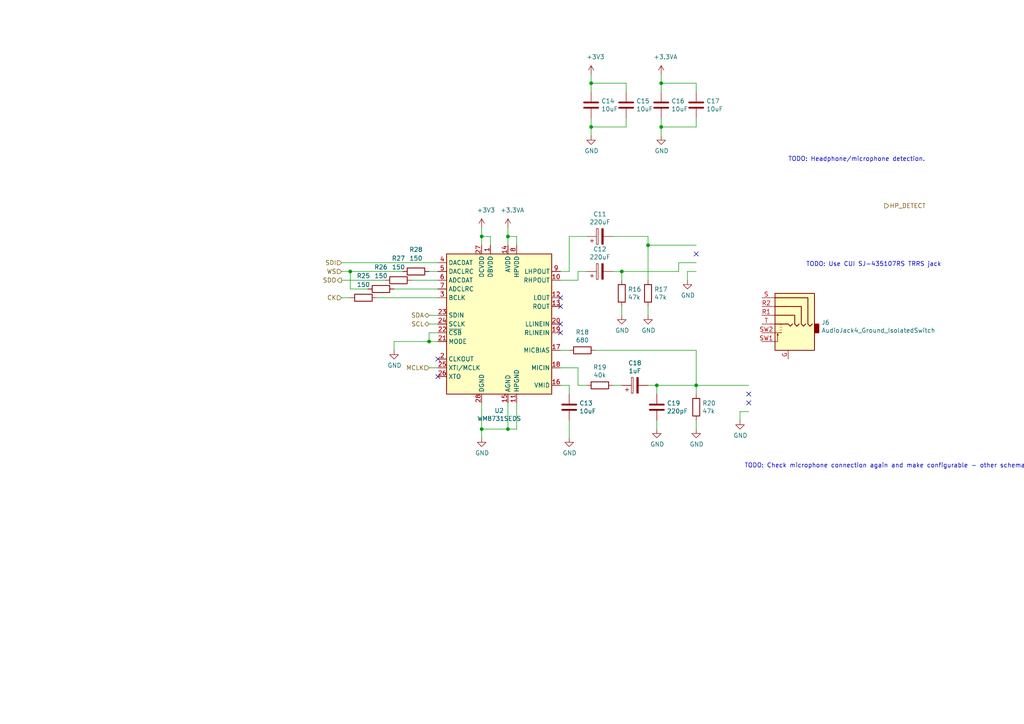
<source format=kicad_sch>
(kicad_sch (version 20201015) (generator eeschema)
  (paper "A4")
  (lib_symbols
    (symbol "Audio:WM8731SEDS"
      (property "Reference" "U" (at -13.97 21.59 0))
      (property "Value" "WM8731SEDS" (at 0 5.08 0))
      (symbol "WM8731SEDS_0_1"
        (rectangle (start -15.24 20.32) (end 15.24 -20.32) (stroke (width 0.254)) (fill (type background)))
      )
      (symbol "WM8731SEDS_1_1"
        (pin power_in line (at -2.54 22.86 270) (length 2.54) (name "DBVDD") (number "1"))
        (pin output line (at 17.78 12.7 180) (length 2.54) (name "RHPOUT") (number "10"))
        (pin power_in line (at 5.08 -22.86 90) (length 2.54) (name "HPGND") (number "11"))
        (pin output line (at 17.78 7.62 180) (length 2.54) (name "LOUT") (number "12"))
        (pin output line (at 17.78 5.08 180) (length 2.54) (name "ROUT") (number "13"))
        (pin power_in line (at 2.54 22.86 270) (length 2.54) (name "AVDD") (number "14"))
        (pin power_in line (at 2.54 -22.86 90) (length 2.54) (name "AGND") (number "15"))
        (pin passive line (at 17.78 -17.78 180) (length 2.54) (name "VMID") (number "16"))
        (pin output line (at 17.78 -7.62 180) (length 2.54) (name "MICBIAS") (number "17"))
        (pin input line (at 17.78 -12.7 180) (length 2.54) (name "MICIN") (number "18"))
        (pin input line (at 17.78 -2.54 180) (length 2.54) (name "RLINEIN") (number "19"))
        (pin output line (at -17.78 -10.16 0) (length 2.54) (name "CLKOUT") (number "2"))
        (pin input line (at 17.78 0 180) (length 2.54) (name "LLINEIN") (number "20"))
        (pin input line (at -17.78 -5.08 0) (length 2.54) (name "MODE") (number "21"))
        (pin input line (at -17.78 -2.54 0) (length 2.54) (name "~CSB") (number "22"))
        (pin bidirectional line (at -17.78 2.54 0) (length 2.54) (name "SDIN") (number "23"))
        (pin input line (at -17.78 0 0) (length 2.54) (name "SCLK") (number "24"))
        (pin input line (at -17.78 -12.7 0) (length 2.54) (name "XTI/MCLK") (number "25"))
        (pin output line (at -17.78 -15.24 0) (length 2.54) (name "XTO") (number "26"))
        (pin power_in line (at -5.08 22.86 270) (length 2.54) (name "DCVDD") (number "27"))
        (pin power_in line (at -5.08 -22.86 90) (length 2.54) (name "DGND") (number "28"))
        (pin bidirectional line (at -17.78 7.62 0) (length 2.54) (name "BCLK") (number "3"))
        (pin input line (at -17.78 17.78 0) (length 2.54) (name "DACDAT") (number "4"))
        (pin bidirectional line (at -17.78 15.24 0) (length 2.54) (name "DACLRC") (number "5"))
        (pin output line (at -17.78 12.7 0) (length 2.54) (name "ADCDAT") (number "6"))
        (pin bidirectional line (at -17.78 10.16 0) (length 2.54) (name "ADCLRC") (number "7"))
        (pin power_in line (at 5.08 22.86 270) (length 2.54) (name "HPVDD") (number "8"))
        (pin output line (at 17.78 15.24 180) (length 2.54) (name "LHPOUT") (number "9"))
      )
    )
    (symbol "Device:C" (pin_numbers hide) (pin_names (offset 0.254))
      (property "Reference" "C" (at 0.635 2.54 0))
      (property "Value" "C" (at 0.635 -2.54 0))
      (symbol "C_0_1"
        (polyline (pts (xy -2.032 -0.762) (xy 2.032 -0.762)) (stroke (width 0.508)))
        (polyline (pts (xy -2.032 0.762) (xy 2.032 0.762)) (stroke (width 0.508)))
      )
      (symbol "C_1_1"
        (pin passive line (at 0 3.81 270) (length 2.794) (name "~") (number "1"))
        (pin passive line (at 0 -3.81 90) (length 2.794) (name "~") (number "2"))
      )
    )
    (symbol "Device:C_Polarized" (pin_numbers hide) (pin_names (offset 0.254))
      (property "Reference" "C" (at 0.635 2.54 0))
      (property "Value" "C_Polarized" (at 0.635 -2.54 0))
      (symbol "C_Polarized_0_1"
        (rectangle (start -2.286 0.508) (end 2.286 1.016))
        (rectangle (start 2.286 -0.508) (end -2.286 -1.016) (fill (type outline)))
        (polyline (pts (xy -1.778 2.286) (xy -0.762 2.286)))
        (polyline (pts (xy -1.27 2.794) (xy -1.27 1.778)))
      )
      (symbol "C_Polarized_1_1"
        (pin passive line (at 0 3.81 270) (length 2.794) (name "~") (number "1"))
        (pin passive line (at 0 -3.81 90) (length 2.794) (name "~") (number "2"))
      )
    )
    (symbol "Device:R" (pin_numbers hide) (pin_names (offset 0))
      (property "Reference" "R" (at 2.032 0 90))
      (property "Value" "R" (at 0 0 90))
      (symbol "R_0_1"
        (rectangle (start -1.016 -2.54) (end 1.016 2.54) (stroke (width 0.254)))
      )
      (symbol "R_1_1"
        (pin passive line (at 0 3.81 270) (length 1.27) (name "~") (number "1"))
        (pin passive line (at 0 -3.81 90) (length 1.27) (name "~") (number "2"))
      )
    )
    (symbol "HackAmp-Symbols:AudioJack4_Ground_IsolatedSwitch"
      (property "Reference" "J" (at 0 11.43 0))
      (property "Value" "AudioJack4_Ground_IsolatedSwitch" (at 0 8.89 0))
      (symbol "AudioJack4_Ground_IsolatedSwitch_0_1"
        (rectangle (start -7.62 -2.54) (end -8.89 -5.08) (stroke (width 0.254)) (fill (type outline)))
        (rectangle (start -7.62 6.35) (end 3.81 -10.16) (stroke (width 0.254)) (fill (type background)))
        (polyline (pts (xy 3.81 2.54) (xy 5.08 2.54)))
        (polyline (pts (xy 5.08 -2.54) (xy 3.81 -2.54)))
        (polyline (pts (xy 5.08 0) (xy 3.81 0)))
        (polyline (pts (xy 5.08 5.08) (xy 3.81 5.08)))
        (polyline (pts (xy 5.08 -5.08) (xy 1.905 -5.08)))
        (polyline (pts (xy 1.905 -5.08) (xy 1.905 -4.826)) (stroke (width 0.001)))
        (polyline (pts (xy 1.905 -2.921) (xy 1.905 -2.54)) (stroke (width 0.001)))
        (polyline (pts (xy 1.905 -4.445) (xy 1.905 -4.064)) (stroke (width 0.001)))
        (polyline (pts (xy 1.905 -3.683) (xy 1.905 -3.302)) (stroke (width 0.001)))
        (polyline (pts (xy 2.286 -2.921) (xy 2.286 -2.54)) (stroke (width 0.001)))
        (polyline (pts (xy 2.286 -5.08) (xy 2.286 -4.826)) (stroke (width 0.001)))
        (polyline (pts (xy 2.286 -4.445) (xy 2.286 -4.064)) (stroke (width 0.001)))
        (polyline (pts (xy 2.286 -3.683) (xy 2.286 -3.302)) (stroke (width 0.001)))
      )
      (symbol "AudioJack4_Ground_IsolatedSwitch_1_1"
        (polyline (pts (xy 3.048 -5.334) (xy 3.302 -5.842)))
        (polyline (pts (xy -1.27 -2.54) (xy -0.635 -3.175) (xy 0 -2.54) (xy 3.81 -2.54)) (stroke (width 0.254)))
        (polyline (pts (xy 5.08 -7.62) (xy 3.048 -7.62) (xy 3.048 -5.334) (xy 2.794 -5.842)))
        (polyline (pts (xy -3.175 -2.54) (xy -2.54 -3.175) (xy -1.905 -2.54) (xy -1.905 0) (xy 3.81 0)) (stroke (width 0.254)))
        (polyline (pts (xy 3.81 2.54) (xy -3.81 2.54) (xy -3.81 -2.54) (xy -4.445 -3.175) (xy -5.08 -2.54)) (stroke (width 0.254)))
        (polyline (pts (xy 3.81 5.08) (xy -5.715 5.08) (xy -5.715 -2.54) (xy -6.35 -3.175) (xy -6.985 -2.54)) (stroke (width 0.254)))
        (pin passive line (at 0 -12.7 90) (length 2.54) (name "~") (number "G"))
        (pin passive line (at 7.62 0 180) (length 2.54) (name "~") (number "R1"))
        (pin passive line (at 7.62 2.54 180) (length 2.54) (name "~") (number "R2"))
        (pin passive line (at 7.62 5.08 180) (length 2.54) (name "~") (number "S"))
        (pin passive line (at 7.62 -2.54 180) (length 2.54) (name "~") (number "T"))
        (pin passive line (at 7.62 -7.62 180) (length 2.54) (name "~") (number "SW1"))
        (pin passive line (at 7.62 -5.08 180) (length 2.54) (name "~") (number "SW2"))
      )
    )
    (symbol "power:+3.3VA" (power) (pin_names (offset 0))
      (property "Value" "+3.3VA" (at 0 3.556 0))
      (symbol "+3.3VA_0_1"
        (polyline (pts (xy -0.762 1.27) (xy 0 2.54)))
        (polyline (pts (xy 0 0) (xy 0 2.54)))
        (polyline (pts (xy 0 2.54) (xy 0.762 1.27)))
      )
      (symbol "+3.3VA_1_1"
        (pin power_in line (at 0 0 90) (length 0) hide (name "+3.3VA") (number "1"))
      )
    )
    (symbol "power:+3V3" (power) (pin_names (offset 0))
      (property "Value" "+3V3" (at 0 3.556 0))
      (symbol "+3V3_0_1"
        (polyline (pts (xy -0.762 1.27) (xy 0 2.54)))
        (polyline (pts (xy 0 0) (xy 0 2.54)))
        (polyline (pts (xy 0 2.54) (xy 0.762 1.27)))
      )
      (symbol "+3V3_1_1"
        (pin power_in line (at 0 0 90) (length 0) hide (name "+3V3") (number "1"))
      )
    )
    (symbol "power:GND" (power) (pin_names (offset 0))
      (property "Value" "GND" (at 0 -3.81 0))
      (symbol "GND_0_1"
        (polyline (pts (xy 0 0) (xy 0 -1.27) (xy 1.27 -1.27) (xy 0 -2.54) (xy -1.27 -1.27) (xy 0 -1.27)))
      )
      (symbol "GND_1_1"
        (pin power_in line (at 0 0 270) (length 0) hide (name "GND") (number "1"))
      )
    )
  )
  (junction (at 101.6 78.74) (diameter 0.9144))
  (junction (at 124.46 99.06) (diameter 0.9144))
  (junction (at 139.7 68.58) (diameter 0.9144))
  (junction (at 139.7 124.46) (diameter 0.9144))
  (junction (at 147.32 68.58) (diameter 0.9144))
  (junction (at 147.32 124.46) (diameter 0.9144))
  (junction (at 171.45 24.13) (diameter 0.9144))
  (junction (at 171.45 36.83) (diameter 0.9144))
  (junction (at 180.34 78.74) (diameter 0.9144))
  (junction (at 187.96 71.12) (diameter 0.9144))
  (junction (at 190.5 111.76) (diameter 0.9144))
  (junction (at 191.77 24.13) (diameter 0.9144))
  (junction (at 191.77 36.83) (diameter 0.9144))
  (junction (at 201.93 111.76) (diameter 0.9144))
  (no_connect (at 127 104.14))
  (no_connect (at 162.56 96.52))
  (no_connect (at 162.56 86.36))
  (no_connect (at 127 109.22))
  (no_connect (at 217.17 116.84))
  (no_connect (at 217.17 114.3))
  (no_connect (at 162.56 93.98))
  (no_connect (at 162.56 88.9))
  (no_connect (at 201.93 73.66))
  (wire (pts (xy 99.06 76.2) (xy 127 76.2)))
  (wire (pts (xy 99.06 78.74) (xy 101.6 78.74)))
  (wire (pts (xy 99.06 81.28) (xy 111.76 81.28)))
  (wire (pts (xy 99.06 86.36) (xy 101.6 86.36)))
  (wire (pts (xy 101.6 78.74) (xy 101.6 83.82)))
  (wire (pts (xy 101.6 78.74) (xy 116.84 78.74)))
  (wire (pts (xy 101.6 83.82) (xy 106.68 83.82)))
  (wire (pts (xy 109.22 86.36) (xy 127 86.36)))
  (wire (pts (xy 114.3 83.82) (xy 127 83.82)))
  (wire (pts (xy 114.3 99.06) (xy 124.46 99.06)))
  (wire (pts (xy 114.3 101.6) (xy 114.3 99.06)))
  (wire (pts (xy 119.38 81.28) (xy 127 81.28)))
  (wire (pts (xy 124.46 78.74) (xy 127 78.74)))
  (wire (pts (xy 124.46 91.44) (xy 127 91.44)))
  (wire (pts (xy 124.46 93.98) (xy 127 93.98)))
  (wire (pts (xy 124.46 96.52) (xy 124.46 99.06)))
  (wire (pts (xy 124.46 99.06) (xy 127 99.06)))
  (wire (pts (xy 124.46 106.68) (xy 127 106.68)))
  (wire (pts (xy 127 96.52) (xy 124.46 96.52)))
  (wire (pts (xy 139.7 66.04) (xy 139.7 68.58)))
  (wire (pts (xy 139.7 68.58) (xy 142.24 68.58)))
  (wire (pts (xy 139.7 71.12) (xy 139.7 68.58)))
  (wire (pts (xy 139.7 124.46) (xy 139.7 116.84)))
  (wire (pts (xy 139.7 124.46) (xy 139.7 127)))
  (wire (pts (xy 142.24 71.12) (xy 142.24 68.58)))
  (wire (pts (xy 147.32 66.04) (xy 147.32 68.58)))
  (wire (pts (xy 147.32 68.58) (xy 149.86 68.58)))
  (wire (pts (xy 147.32 71.12) (xy 147.32 68.58)))
  (wire (pts (xy 147.32 116.84) (xy 147.32 124.46)))
  (wire (pts (xy 147.32 124.46) (xy 139.7 124.46)))
  (wire (pts (xy 149.86 68.58) (xy 149.86 71.12)))
  (wire (pts (xy 149.86 116.84) (xy 149.86 124.46)))
  (wire (pts (xy 149.86 124.46) (xy 147.32 124.46)))
  (wire (pts (xy 162.56 78.74) (xy 165.1 78.74)))
  (wire (pts (xy 162.56 81.28) (xy 167.64 81.28)))
  (wire (pts (xy 162.56 101.6) (xy 165.1 101.6)))
  (wire (pts (xy 162.56 106.68) (xy 167.64 106.68)))
  (wire (pts (xy 162.56 111.76) (xy 165.1 111.76)))
  (wire (pts (xy 165.1 68.58) (xy 170.18 68.58)))
  (wire (pts (xy 165.1 78.74) (xy 165.1 68.58)))
  (wire (pts (xy 165.1 114.3) (xy 165.1 111.76)))
  (wire (pts (xy 165.1 121.92) (xy 165.1 127)))
  (wire (pts (xy 167.64 78.74) (xy 170.18 78.74)))
  (wire (pts (xy 167.64 81.28) (xy 167.64 78.74)))
  (wire (pts (xy 167.64 106.68) (xy 167.64 111.76)))
  (wire (pts (xy 167.64 111.76) (xy 170.18 111.76)))
  (wire (pts (xy 171.45 21.59) (xy 171.45 24.13)))
  (wire (pts (xy 171.45 24.13) (xy 181.61 24.13)))
  (wire (pts (xy 171.45 26.67) (xy 171.45 24.13)))
  (wire (pts (xy 171.45 34.29) (xy 171.45 36.83)))
  (wire (pts (xy 171.45 36.83) (xy 171.45 39.37)))
  (wire (pts (xy 171.45 36.83) (xy 181.61 36.83)))
  (wire (pts (xy 177.8 68.58) (xy 187.96 68.58)))
  (wire (pts (xy 177.8 78.74) (xy 180.34 78.74)))
  (wire (pts (xy 177.8 111.76) (xy 180.34 111.76)))
  (wire (pts (xy 180.34 78.74) (xy 180.34 81.28)))
  (wire (pts (xy 180.34 88.9) (xy 180.34 91.44)))
  (wire (pts (xy 181.61 26.67) (xy 181.61 24.13)))
  (wire (pts (xy 181.61 34.29) (xy 181.61 36.83)))
  (wire (pts (xy 187.96 68.58) (xy 187.96 71.12)))
  (wire (pts (xy 187.96 71.12) (xy 187.96 81.28)))
  (wire (pts (xy 187.96 91.44) (xy 187.96 88.9)))
  (wire (pts (xy 187.96 111.76) (xy 190.5 111.76)))
  (wire (pts (xy 190.5 111.76) (xy 190.5 114.3)))
  (wire (pts (xy 190.5 121.92) (xy 190.5 124.46)))
  (wire (pts (xy 191.77 21.59) (xy 191.77 24.13)))
  (wire (pts (xy 191.77 24.13) (xy 201.93 24.13)))
  (wire (pts (xy 191.77 26.67) (xy 191.77 24.13)))
  (wire (pts (xy 191.77 36.83) (xy 191.77 34.29)))
  (wire (pts (xy 191.77 36.83) (xy 191.77 39.37)))
  (wire (pts (xy 191.77 36.83) (xy 201.93 36.83)))
  (wire (pts (xy 196.85 76.2) (xy 196.85 78.74)))
  (wire (pts (xy 196.85 78.74) (xy 180.34 78.74)))
  (wire (pts (xy 199.39 78.74) (xy 199.39 81.28)))
  (wire (pts (xy 201.93 24.13) (xy 201.93 26.67)))
  (wire (pts (xy 201.93 36.83) (xy 201.93 34.29)))
  (wire (pts (xy 201.93 71.12) (xy 187.96 71.12)))
  (wire (pts (xy 201.93 76.2) (xy 196.85 76.2)))
  (wire (pts (xy 201.93 78.74) (xy 199.39 78.74)))
  (wire (pts (xy 201.93 101.6) (xy 172.72 101.6)))
  (wire (pts (xy 201.93 111.76) (xy 190.5 111.76)))
  (wire (pts (xy 201.93 111.76) (xy 201.93 101.6)))
  (wire (pts (xy 201.93 114.3) (xy 201.93 111.76)))
  (wire (pts (xy 201.93 124.46) (xy 201.93 121.92)))
  (wire (pts (xy 214.63 119.38) (xy 214.63 121.92)))
  (wire (pts (xy 217.17 111.76) (xy 201.93 111.76)))
  (wire (pts (xy 217.17 119.38) (xy 214.63 119.38)))
  (text "TODO: Check microphone connection again and make configurable - other schematics connect only the ring!" (at 215.9 135.89 0) (effects (font (size 1.27 1.27)) (justify left bottom)))
  (text "TODO: Headphone/microphone detection." (at 228.6 46.99 0) (effects (font (size 1.27 1.27)) (justify left bottom)))
  (text "TODO: Use CUI SJ-435107RS TRRS jack" (at 273.05 77.47 180) (effects (font (size 1.27 1.27)) (justify right bottom)))
  (hierarchical_label "SDI" (shape input) (at 99.06 76.2 180))
  (hierarchical_label "WS" (shape input) (at 99.06 78.74 180))
  (hierarchical_label "SDO" (shape output) (at 99.06 81.28 180))
  (hierarchical_label "CK" (shape input) (at 99.06 86.36 180))
  (hierarchical_label "SDA" (shape bidirectional) (at 124.46 91.44 180))
  (hierarchical_label "SCL" (shape bidirectional) (at 124.46 93.98 180))
  (hierarchical_label "MCLK" (shape input) (at 124.46 106.68 180))
  (hierarchical_label "HP_DETECT" (shape output) (at 256.54 59.69 0))
  (symbol (lib_id "power:+3V3") (at 139.7 66.04 0) (unit 1)
    (property "Reference" "#PWR0154" (effects hide))
    (property "Value" "+3V3" (at 140.97 60.96 0))
  )
  (symbol (lib_id "power:+3.3VA") (at 147.32 66.04 0) (unit 1)
    (property "Reference" "#PWR0155" (effects hide))
    (property "Value" "+3.3VA" (at 148.59 60.96 0))
  )
  (symbol (lib_id "power:+3V3") (at 171.45 21.59 0) (unit 1)
    (property "Reference" "#PWR0153" (effects hide))
    (property "Value" "+3V3" (at 172.72 16.51 0))
  )
  (symbol (lib_id "power:+3.3VA") (at 191.77 21.59 0) (unit 1)
    (property "Reference" "#PWR0151" (effects hide))
    (property "Value" "+3.3VA" (at 193.04 16.51 0))
  )
  (symbol (lib_id "power:GND") (at 114.3 101.6 0) (unit 1)
    (property "Reference" "#PWR0156" (effects hide))
    (property "Value" "GND" (at 114.427 105.9942 0))
  )
  (symbol (lib_id "power:GND") (at 139.7 127 0) (unit 1)
    (property "Reference" "#PWR0119" (effects hide))
    (property "Value" "GND" (at 139.827 131.3942 0))
  )
  (symbol (lib_id "power:GND") (at 165.1 127 0) (unit 1)
    (property "Reference" "#PWR0120" (effects hide))
    (property "Value" "GND" (at 165.227 131.3942 0))
  )
  (symbol (lib_id "power:GND") (at 171.45 39.37 0) (unit 1)
    (property "Reference" "#PWR0121" (effects hide))
    (property "Value" "GND" (at 171.577 43.7642 0))
  )
  (symbol (lib_id "power:GND") (at 180.34 91.44 0) (unit 1)
    (property "Reference" "#PWR0122" (effects hide))
    (property "Value" "GND" (at 180.467 95.8342 0))
  )
  (symbol (lib_id "power:GND") (at 187.96 91.44 0) (unit 1)
    (property "Reference" "#PWR0123" (effects hide))
    (property "Value" "GND" (at 188.087 95.8342 0))
  )
  (symbol (lib_id "power:GND") (at 190.5 124.46 0) (unit 1)
    (property "Reference" "#PWR0125" (effects hide))
    (property "Value" "GND" (at 190.627 128.8542 0))
  )
  (symbol (lib_id "power:GND") (at 191.77 39.37 0) (unit 1)
    (property "Reference" "#PWR0152" (effects hide))
    (property "Value" "GND" (at 191.897 43.7642 0))
  )
  (symbol (lib_id "power:GND") (at 199.39 81.28 0) (unit 1)
    (property "Reference" "#PWR0124" (effects hide))
    (property "Value" "GND" (at 199.517 85.6742 0))
  )
  (symbol (lib_id "power:GND") (at 201.93 124.46 0) (unit 1)
    (property "Reference" "#PWR0126" (effects hide))
    (property "Value" "GND" (at 202.057 128.8542 0))
  )
  (symbol (lib_id "power:GND") (at 214.63 121.92 0) (unit 1)
    (property "Reference" "#PWR0127" (effects hide))
    (property "Value" "GND" (at 214.757 126.3142 0))
  )
  (symbol (lib_id "Device:R") (at 105.41 86.36 90) (unit 1)
    (property "Reference" "R25" (at 105.41 80.01 90))
    (property "Value" "150" (at 105.41 82.55 90))
    (property "Footprint" "Resistor_SMD:R_0603_1608Metric" (effects hide))
  )
  (symbol (lib_id "Device:R") (at 110.49 83.82 90) (unit 1)
    (property "Reference" "R26" (at 110.49 77.47 90))
    (property "Value" "150" (at 110.49 80.01 90))
    (property "Footprint" "Resistor_SMD:R_0603_1608Metric" (effects hide))
  )
  (symbol (lib_id "Device:R") (at 115.57 81.28 90) (unit 1)
    (property "Reference" "R27" (at 115.57 74.93 90))
    (property "Value" "150" (at 115.57 77.47 90))
    (property "Footprint" "Resistor_SMD:R_0603_1608Metric" (effects hide))
  )
  (symbol (lib_id "Device:R") (at 120.65 78.74 90) (unit 1)
    (property "Reference" "R28" (at 120.65 72.39 90))
    (property "Value" "150" (at 120.65 74.93 90))
    (property "Footprint" "Resistor_SMD:R_0603_1608Metric" (effects hide))
  )
  (symbol (lib_id "Device:R") (at 168.91 101.6 270) (unit 1)
    (property "Reference" "R18" (at 168.91 96.3422 90))
    (property "Value" "680" (at 168.91 98.6536 90))
    (property "Footprint" "Resistor_SMD:R_0603_1608Metric" (effects hide))
  )
  (symbol (lib_id "Device:R") (at 173.99 111.76 270) (unit 1)
    (property "Reference" "R19" (at 173.99 106.5022 90))
    (property "Value" "40k" (at 173.99 108.8136 90))
    (property "Footprint" "Resistor_SMD:R_0603_1608Metric" (effects hide))
  )
  (symbol (lib_id "Device:R") (at 180.34 85.09 0) (unit 1)
    (property "Reference" "R16" (at 182.118 83.9216 0) (effects (justify left)))
    (property "Value" "47k" (at 182.118 86.233 0) (effects (justify left)))
    (property "Footprint" "Resistor_SMD:R_0603_1608Metric" (effects hide))
  )
  (symbol (lib_id "Device:R") (at 187.96 85.09 0) (unit 1)
    (property "Reference" "R17" (at 189.738 83.9216 0) (effects (justify left)))
    (property "Value" "47k" (at 189.738 86.233 0) (effects (justify left)))
    (property "Footprint" "Resistor_SMD:R_0603_1608Metric" (effects hide))
  )
  (symbol (lib_id "Device:R") (at 201.93 118.11 0) (unit 1)
    (property "Reference" "R20" (at 203.708 116.9416 0) (effects (justify left)))
    (property "Value" "47k" (at 203.708 119.253 0) (effects (justify left)))
    (property "Footprint" "Resistor_SMD:R_0603_1608Metric" (effects hide))
  )
  (symbol (lib_id "Device:C") (at 165.1 118.11 0) (unit 1)
    (property "Reference" "C13" (at 168.021 116.9416 0) (effects (justify left)))
    (property "Value" "10uF" (at 168.021 119.253 0) (effects (justify left)))
    (property "Footprint" "Capacitor_SMD:C_0805_2012Metric" (effects hide))
    (property "Part Name" "Taiyo Yuden LMK212F106ZG-T" (effects hide))
  )
  (symbol (lib_id "Device:C") (at 171.45 30.48 0) (unit 1)
    (property "Reference" "C14" (at 174.371 29.3116 0) (effects (justify left)))
    (property "Value" "10uF" (at 174.371 31.623 0) (effects (justify left)))
    (property "Footprint" "Capacitor_SMD:C_0805_2012Metric" (effects hide))
    (property "Part Name" "Taiyo Yuden LMK212F106ZG-T" (effects hide))
  )
  (symbol (lib_id "Device:C_Polarized") (at 173.99 68.58 90) (unit 1)
    (property "Reference" "C11" (at 173.99 62.103 90))
    (property "Value" "220uF" (at 173.99 64.4144 90))
    (property "Footprint" "Capacitor_SMD:CP_Elec_6.3x7.7" (effects hide))
  )
  (symbol (lib_id "Device:C_Polarized") (at 173.99 78.74 90) (unit 1)
    (property "Reference" "C12" (at 173.99 72.263 90))
    (property "Value" "220uF" (at 173.99 74.5744 90))
    (property "Footprint" "Capacitor_SMD:CP_Elec_6.3x7.7" (effects hide))
  )
  (symbol (lib_id "Device:C") (at 181.61 30.48 0) (unit 1)
    (property "Reference" "C15" (at 184.531 29.3116 0) (effects (justify left)))
    (property "Value" "10uF" (at 184.531 31.623 0) (effects (justify left)))
    (property "Footprint" "Capacitor_SMD:C_0805_2012Metric" (effects hide))
    (property "Part Name" "Taiyo Yuden LMK212F106ZG-T" (effects hide))
  )
  (symbol (lib_id "Device:C_Polarized") (at 184.15 111.76 90) (unit 1)
    (property "Reference" "C18" (at 184.15 105.283 90))
    (property "Value" "1uF" (at 184.15 107.5944 90))
    (property "Footprint" "Capacitor_SMD:CP_Elec_4x5.4" (effects hide))
  )
  (symbol (lib_id "Device:C") (at 190.5 118.11 0) (unit 1)
    (property "Reference" "C19" (at 193.421 116.9416 0) (effects (justify left)))
    (property "Value" "220pF" (at 193.421 119.253 0) (effects (justify left)))
    (property "Footprint" "Capacitor_SMD:C_0603_1608Metric" (effects hide))
    (property "Part Name" "Vishay VJ0603A221JNAAO" (effects hide))
  )
  (symbol (lib_id "Device:C") (at 191.77 30.48 0) (unit 1)
    (property "Reference" "C16" (at 194.691 29.3116 0) (effects (justify left)))
    (property "Value" "10uF" (at 194.691 31.623 0) (effects (justify left)))
    (property "Footprint" "Capacitor_SMD:C_0805_2012Metric" (effects hide))
    (property "Part Name" "Taiyo Yuden LMK212F106ZG-T" (effects hide))
  )
  (symbol (lib_id "Device:C") (at 201.93 30.48 0) (unit 1)
    (property "Reference" "C17" (at 204.851 29.3116 0) (effects (justify left)))
    (property "Value" "10uF" (at 204.851 31.623 0) (effects (justify left)))
    (property "Footprint" "Capacitor_SMD:C_0805_2012Metric" (effects hide))
    (property "Part Name" "Taiyo Yuden LMK212F106ZG-T" (effects hide))
  )
  (symbol (lib_id "HackAmp-Symbols:AudioJack4_Ground_IsolatedSwitch") (at 228.6 91.44 0) (mirror y) (unit 1)
    (property "Reference" "J6" (at 238.2521 93.5418 0) (effects (justify right)))
    (property "Value" "AudioJack4_Ground_IsolatedSwitch" (at 238.2521 95.8405 0) (effects (justify right)))
    (property "Footprint" "HackAmp-Footprints:Jack_3.5mm_CUI_SJ-435107RS_Horizontal" (effects hide))
  )
  (symbol (lib_id "Audio:WM8731SEDS") (at 144.78 93.98 0) (unit 1)
    (property "Reference" "U2" (at 144.78 119.1006 0))
    (property "Value" "WM8731SEDS" (at 144.78 121.412 0))
    (property "Footprint" "Package_SO:SSOP-28_5.3x10.2mm_P0.65mm" (effects hide))
    (property "Datasheet" "https://statics.cirrus.com/pubs/proDatasheet/WM8731_v4.9.pdf" (effects hide))
  )
)
</source>
